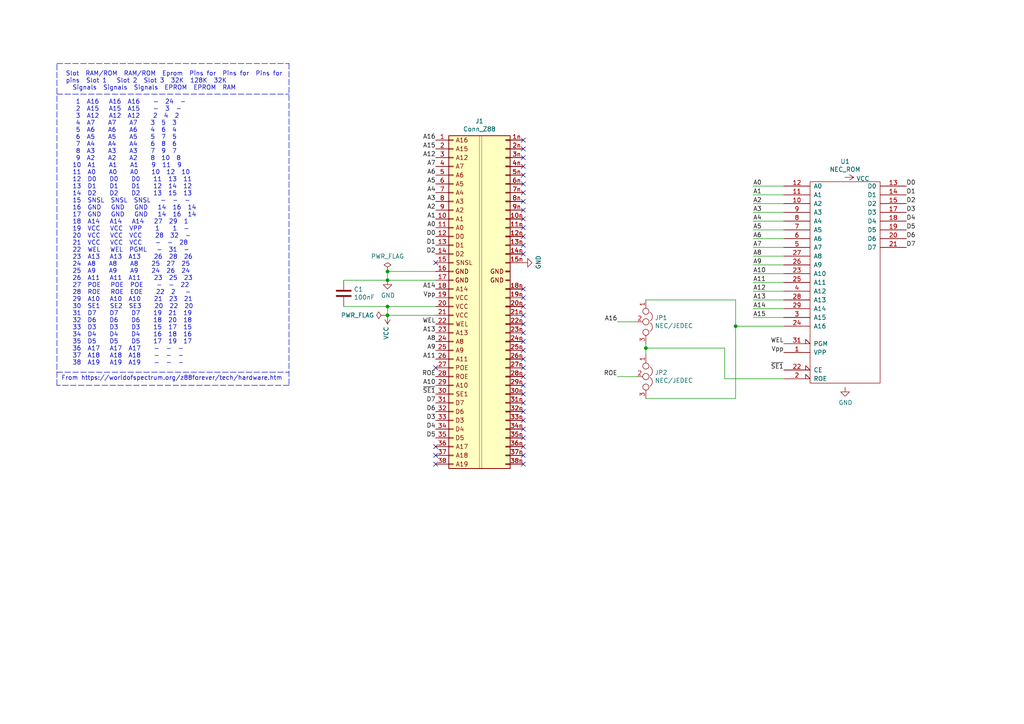
<source format=kicad_sch>
(kicad_sch (version 20231120) (generator "eeschema") (generator_version "8.0")
  (paper "A4")
  (title_block (title "Z88- ROM Expension") (date "2021-11-08") (rev "1.1") (company "XavSnap"))
  (lib_symbols
    (symbol "Device:C" (pin_numbers hide) (pin_names (offset 0.254))
      (property "Reference" "C" (at 0.635 2.54 0))
      (property "Value" "C" (at 0.635 -2.54 0))
      (symbol "C_0_1"
        (polyline (pts (xy -2.032 -0.762) (xy 2.032 -0.762)) (stroke (width 0.508)))
        (polyline (pts (xy -2.032 0.762) (xy 2.032 0.762)) (stroke (width 0.508)))
      )
      (symbol "C_1_1"
        (pin passive line (at 0 3.81 270) (length 2.794) (name "~") (number "1"))
        (pin passive line (at 0 -3.81 90) (length 2.794) (name "~") (number "2"))
      )
    )
    (symbol "Device:Jumper_NC_Dual" (pin_names (offset 0.762) hide)
      (property "Reference" "JP" (at 1.27 -2.54 0))
      (property "Value" "Device_Jumper_NC_Dual" (at 0 2.54 0))
      (symbol "Jumper_NC_Dual_0_1"
        (circle (center -3.048 0) (radius 0.889))
        (arc (start -0.254 1.27) (mid -1.524 1.8804) (end -2.794 1.27))
        (circle (center 0 0) (radius 0.9144))
        (arc (start 2.794 1.27) (mid 1.524 1.8804) (end 0.254 1.27))
        (circle (center 3.048 0) (radius 0.889))
        (pin passive line (at -6.35 0 0) (length 2.413) (name "1") (number "1"))
        (pin passive line (at 0 -2.54 90) (length 1.524) (name "2") (number "2"))
        (pin passive line (at 6.35 0 180) (length 2.413) (name "3") (number "3"))
      )
    )
    (symbol "Z88:Conn_Z88" (pin_names (offset 1.016) hide)
      (property "Reference" "J" (at 8.89 1.27 0))
      (property "Value" "Conn_Z88" (at 8.89 -97.79 0))
      (symbol "Conn_Z88_0_0"
        (text "GND" (at 13.97 -39.37 0) (effects (font (size 1.27 1.27))))
        (text "GND" (at 13.97 -39.37 0) (effects (font (size 1.27 1.27))))
        (text "WEL" (at 3.81 -54.61 0) (effects (font (size 1.27 1.27))))
      )
      (symbol "Conn_Z88_1_1"
        (rectangle (start 0 -95.123) (end 1.27 -95.377) (stroke (width 0.1524)))
        (rectangle (start 0 -92.583) (end 1.27 -92.837) (stroke (width 0.1524)))
        (rectangle (start 0 -90.043) (end 1.27 -90.297) (stroke (width 0.1524)))
        (rectangle (start 0 -87.503) (end 1.27 -87.757) (stroke (width 0.1524)))
        (rectangle (start 0 -84.963) (end 1.27 -85.217) (stroke (width 0.1524)))
        (rectangle (start 0 -82.423) (end 1.27 -82.677) (stroke (width 0.1524)))
        (rectangle (start 0 -79.883) (end 1.27 -80.137) (stroke (width 0.1524)))
        (rectangle (start 0 -77.343) (end 1.27 -77.597) (stroke (width 0.1524)))
        (rectangle (start 0 -74.803) (end 1.27 -75.057) (stroke (width 0.1524)))
        (rectangle (start 0 -72.263) (end 1.27 -72.517) (stroke (width 0.1524)))
        (rectangle (start 0 -69.723) (end 1.27 -69.977) (stroke (width 0.1524)))
        (rectangle (start 0 -67.183) (end 1.27 -67.437) (stroke (width 0.1524)))
        (rectangle (start 0 -64.643) (end 1.27 -64.897) (stroke (width 0.1524)))
        (rectangle (start 0 -62.103) (end 1.27 -62.357) (stroke (width 0.1524)))
        (rectangle (start 0 -59.563) (end 1.27 -59.817) (stroke (width 0.1524)))
        (rectangle (start 0 -57.023) (end 1.27 -57.277) (stroke (width 0.1524)))
        (rectangle (start 0 -54.483) (end 1.27 -54.737) (stroke (width 0.1524)))
        (rectangle (start 0 -51.943) (end 1.27 -52.197) (stroke (width 0.1524)))
        (rectangle (start 0 -49.403) (end 1.27 -49.657) (stroke (width 0.1524)))
        (rectangle (start 0 -46.863) (end 1.27 -47.117) (stroke (width 0.1524)))
        (rectangle (start 0 -44.323) (end 1.27 -44.577) (stroke (width 0.1524)))
        (rectangle (start 0 -41.783) (end 1.27 -42.037) (stroke (width 0.1524)))
        (rectangle (start 0 -39.243) (end 1.27 -39.497) (stroke (width 0.1524)))
        (rectangle (start 0 -36.703) (end 1.27 -36.957) (stroke (width 0.1524)))
        (rectangle (start 0 -34.163) (end 1.27 -34.417) (stroke (width 0.1524)))
        (rectangle (start 0 -31.623) (end 1.27 -31.877) (stroke (width 0.1524)))
        (rectangle (start 0 -29.083) (end 1.27 -29.337) (stroke (width 0.1524)))
        (rectangle (start 0 -26.543) (end 1.27 -26.797) (stroke (width 0.1524)))
        (rectangle (start 0 -24.003) (end 1.27 -24.257) (stroke (width 0.1524)))
        (rectangle (start 0 -21.463) (end 1.27 -21.717) (stroke (width 0.1524)))
        (rectangle (start 0 -18.923) (end 1.27 -19.177) (stroke (width 0.1524)))
        (rectangle (start 0 -16.383) (end 1.27 -16.637) (stroke (width 0.1524)))
        (rectangle (start 0 -13.843) (end 1.27 -14.097) (stroke (width 0.1524)))
        (rectangle (start 0 -11.303) (end 1.27 -11.557) (stroke (width 0.1524)))
        (rectangle (start 0 -8.763) (end 1.27 -9.017) (stroke (width 0.1524)))
        (rectangle (start 0 -6.223) (end 1.27 -6.477) (stroke (width 0.1524)))
        (rectangle (start 0 -3.683) (end 1.27 -3.937) (stroke (width 0.1524)))
        (rectangle (start 0 -1.143) (end 1.27 -1.397) (stroke (width 0.1524)))
        (rectangle (start 0 0) (end 17.78 -96.52) (stroke (width 0.254)) (fill (type background)))
        (rectangle (start 8.89 0) (end 9.525 -96.52) (stroke (width 0.0254)) (fill (type background)))
        (rectangle (start 17.78 -95.123) (end 16.51 -95.377) (stroke (width 0.1524)))
        (rectangle (start 17.78 -95.123) (end 16.51 -95.377) (stroke (width 0.1524)))
        (rectangle (start 17.78 -92.583) (end 16.51 -92.837) (stroke (width 0.1524)))
        (rectangle (start 17.78 -92.583) (end 16.51 -92.837) (stroke (width 0.1524)))
        (rectangle (start 17.78 -90.043) (end 16.51 -90.297) (stroke (width 0.1524)))
        (rectangle (start 17.78 -90.043) (end 16.51 -90.297) (stroke (width 0.1524)))
        (rectangle (start 17.78 -87.503) (end 16.51 -87.757) (stroke (width 0.1524)))
        (rectangle (start 17.78 -87.503) (end 16.51 -87.757) (stroke (width 0.1524)))
        (rectangle (start 17.78 -84.963) (end 16.51 -85.217) (stroke (width 0.1524)))
        (rectangle (start 17.78 -84.963) (end 16.51 -85.217) (stroke (width 0.1524)))
        (rectangle (start 17.78 -82.423) (end 16.51 -82.677) (stroke (width 0.1524)))
        (rectangle (start 17.78 -82.423) (end 16.51 -82.677) (stroke (width 0.1524)))
        (rectangle (start 17.78 -79.883) (end 16.51 -80.137) (stroke (width 0.1524)))
        (rectangle (start 17.78 -79.883) (end 16.51 -80.137) (stroke (width 0.1524)))
        (rectangle (start 17.78 -77.343) (end 16.51 -77.597) (stroke (width 0.1524)))
        (rectangle (start 17.78 -77.343) (end 16.51 -77.597) (stroke (width 0.1524)))
        (rectangle (start 17.78 -74.803) (end 16.51 -75.057) (stroke (width 0.1524)))
        (rectangle (start 17.78 -74.803) (end 16.51 -75.057) (stroke (width 0.1524)))
        (rectangle (start 17.78 -72.263) (end 16.51 -72.517) (stroke (width 0.1524)))
        (rectangle (start 17.78 -72.263) (end 16.51 -72.517) (stroke (width 0.1524)))
        (rectangle (start 17.78 -69.723) (end 16.51 -69.977) (stroke (width 0.1524)))
        (rectangle (start 17.78 -69.723) (end 16.51 -69.977) (stroke (width 0.1524)))
        (rectangle (start 17.78 -67.183) (end 16.51 -67.437) (stroke (width 0.1524)))
        (rectangle (start 17.78 -67.183) (end 16.51 -67.437) (stroke (width 0.1524)))
        (rectangle (start 17.78 -64.643) (end 16.51 -64.897) (stroke (width 0.1524)))
        (rectangle (start 17.78 -64.643) (end 16.51 -64.897) (stroke (width 0.1524)))
        (rectangle (start 17.78 -62.103) (end 16.51 -62.357) (stroke (width 0.1524)))
        (rectangle (start 17.78 -62.103) (end 16.51 -62.357) (stroke (width 0.1524)))
        (rectangle (start 17.78 -59.563) (end 16.51 -59.817) (stroke (width 0.1524)))
        (rectangle (start 17.78 -59.563) (end 16.51 -59.817) (stroke (width 0.1524)))
        (rectangle (start 17.78 -57.023) (end 16.51 -57.277) (stroke (width 0.1524)))
        (rectangle (start 17.78 -57.023) (end 16.51 -57.277) (stroke (width 0.1524)))
        (rectangle (start 17.78 -54.483) (end 16.51 -54.737) (stroke (width 0.1524)))
        (rectangle (start 17.78 -54.483) (end 16.51 -54.737) (stroke (width 0.1524)))
        (rectangle (start 17.78 -51.943) (end 16.51 -52.197) (stroke (width 0.1524)))
        (rectangle (start 17.78 -51.943) (end 16.51 -52.197) (stroke (width 0.1524)))
        (rectangle (start 17.78 -49.403) (end 16.51 -49.657) (stroke (width 0.1524)))
        (rectangle (start 17.78 -49.403) (end 16.51 -49.657) (stroke (width 0.1524)))
        (rectangle (start 17.78 -46.863) (end 16.51 -47.117) (stroke (width 0.1524)))
        (rectangle (start 17.78 -46.863) (end 16.51 -47.117) (stroke (width 0.1524)))
        (rectangle (start 17.78 -44.323) (end 16.51 -44.577) (stroke (width 0.1524)))
        (rectangle (start 17.78 -44.323) (end 16.51 -44.577) (stroke (width 0.1524)))
        (rectangle (start 17.78 -41.783) (end 16.51 -42.037) (stroke (width 0.1524)))
        (rectangle (start 17.78 -41.783) (end 16.51 -42.037) (stroke (width 0.1524)))
        (rectangle (start 17.78 -39.243) (end 16.51 -39.497) (stroke (width 0.1524)))
        (rectangle (start 17.78 -39.243) (end 16.51 -39.497) (stroke (width 0.1524)))
        (rectangle (start 17.78 -36.703) (end 16.51 -36.957) (stroke (width 0.1524)))
        (rectangle (start 17.78 -36.703) (end 16.51 -36.957) (stroke (width 0.1524)))
        (rectangle (start 17.78 -34.163) (end 16.51 -34.417) (stroke (width 0.1524)))
        (rectangle (start 17.78 -34.163) (end 16.51 -34.417) (stroke (width 0.1524)))
        (rectangle (start 17.78 -31.623) (end 16.51 -31.877) (stroke (width 0.1524)))
        (rectangle (start 17.78 -31.623) (end 16.51 -31.877) (stroke (width 0.1524)))
        (rectangle (start 17.78 -29.083) (end 16.51 -29.337) (stroke (width 0.1524)))
        (rectangle (start 17.78 -29.083) (end 16.51 -29.337) (stroke (width 0.1524)))
        (rectangle (start 17.78 -26.543) (end 16.51 -26.797) (stroke (width 0.1524)))
        (rectangle (start 17.78 -26.543) (end 16.51 -26.797) (stroke (width 0.1524)))
        (rectangle (start 17.78 -24.003) (end 16.51 -24.257) (stroke (width 0.1524)))
        (rectangle (start 17.78 -24.003) (end 16.51 -24.257) (stroke (width 0.1524)))
        (rectangle (start 17.78 -21.463) (end 16.51 -21.717) (stroke (width 0.1524)))
        (rectangle (start 17.78 -21.463) (end 16.51 -21.717) (stroke (width 0.1524)))
        (rectangle (start 17.78 -18.923) (end 16.51 -19.177) (stroke (width 0.1524)))
        (rectangle (start 17.78 -18.923) (end 16.51 -19.177) (stroke (width 0.1524)))
        (rectangle (start 17.78 -16.383) (end 16.51 -16.637) (stroke (width 0.1524)))
        (rectangle (start 17.78 -16.383) (end 16.51 -16.637) (stroke (width 0.1524)))
        (rectangle (start 17.78 -13.843) (end 16.51 -14.097) (stroke (width 0.1524)))
        (rectangle (start 17.78 -13.843) (end 16.51 -14.097) (stroke (width 0.1524)))
        (rectangle (start 17.78 -11.303) (end 16.51 -11.557) (stroke (width 0.1524)))
        (rectangle (start 17.78 -11.303) (end 16.51 -11.557) (stroke (width 0.1524)))
        (rectangle (start 17.78 -8.763) (end 16.51 -9.017) (stroke (width 0.1524)))
        (rectangle (start 17.78 -8.763) (end 16.51 -9.017) (stroke (width 0.1524)))
        (rectangle (start 17.78 -6.223) (end 16.51 -6.477) (stroke (width 0.1524)))
        (rectangle (start 17.78 -6.223) (end 16.51 -6.477) (stroke (width 0.1524)))
        (rectangle (start 17.78 -3.683) (end 16.51 -3.937) (stroke (width 0.1524)))
        (rectangle (start 17.78 -3.683) (end 16.51 -3.937) (stroke (width 0.1524)))
        (rectangle (start 17.78 -1.143) (end 16.51 -1.397) (stroke (width 0.1524)))
        (rectangle (start 17.78 -1.143) (end 16.51 -1.397) (stroke (width 0.1524)))
        (text "A0" (at 3.175 -26.67 0) (effects (font (size 1.27 1.27))))
        (text "A1" (at 3.175 -24.13 0) (effects (font (size 1.27 1.27))))
        (text "A10" (at 3.81 -72.39 0) (effects (font (size 1.27 1.27))))
        (text "A11" (at 3.81 -64.77 0) (effects (font (size 1.27 1.27))))
        (text "A12" (at 3.81 -6.35 0) (effects (font (size 1.27 1.27))))
        (text "A13" (at 3.81 -57.15 0) (effects (font (size 1.27 1.27))))
        (text "A14" (at 3.81 -44.45 0) (effects (font (size 1.27 1.27))))
        (text "A15" (at 3.81 -3.81 0) (effects (font (size 1.27 1.27))))
        (text "A16" (at 3.81 -1.27 0) (effects (font (size 1.27 1.27))))
        (text "A17" (at 3.81 -90.17 0) (effects (font (size 1.27 1.27))))
        (text "A18" (at 3.81 -92.71 0) (effects (font (size 1.27 1.27))))
        (text "A19" (at 3.81 -95.25 0) (effects (font (size 1.27 1.27))))
        (text "A2" (at 3.175 -21.59 0) (effects (font (size 1.27 1.27))))
        (text "A3" (at 3.175 -19.05 0) (effects (font (size 1.27 1.27))))
        (text "A4" (at 3.175 -16.51 0) (effects (font (size 1.27 1.27))))
        (text "A5" (at 3.175 -13.97 0) (effects (font (size 1.27 1.27))))
        (text "A6" (at 3.175 -11.43 0) (effects (font (size 1.27 1.27))))
        (text "A7" (at 3.175 -8.89 0) (effects (font (size 1.27 1.27))))
        (text "A8" (at 3.175 -59.69 0) (effects (font (size 1.27 1.27))))
        (text "A9" (at 3.175 -62.23 0) (effects (font (size 1.27 1.27))))
        (text "D0" (at 3.175 -29.21 0) (effects (font (size 1.27 1.27))))
        (text "D1" (at 3.175 -31.75 0) (effects (font (size 1.27 1.27))))
        (text "D2" (at 3.175 -34.29 0) (effects (font (size 1.27 1.27))))
        (text "D3" (at 3.175 -82.55 0) (effects (font (size 1.27 1.27))))
        (text "D4" (at 3.175 -85.09 0) (effects (font (size 1.27 1.27))))
        (text "D5" (at 3.175 -87.63 0) (effects (font (size 1.27 1.27))))
        (text "D6" (at 3.175 -80.01 0) (effects (font (size 1.27 1.27))))
        (text "D7" (at 3.175 -77.47 0) (effects (font (size 1.27 1.27))))
        (text "GND" (at 3.81 -41.91 0) (effects (font (size 1.27 1.27))))
        (text "GND" (at 3.81 -41.91 0) (effects (font (size 1.27 1.27))))
        (text "GND" (at 3.81 -39.37 0) (effects (font (size 1.27 1.27))))
        (text "GND" (at 3.81 -39.37 0) (effects (font (size 1.27 1.27))))
        (text "GND" (at 13.97 -41.91 0) (effects (font (size 1.27 1.27))))
        (text "GND" (at 13.97 -41.91 0) (effects (font (size 1.27 1.27))))
        (text "POE" (at 3.81 -67.31 0) (effects (font (size 1.27 1.27))))
        (text "ROE" (at 3.81 -69.85 0) (effects (font (size 1.27 1.27))))
        (text "SE1" (at 3.81 -74.93 0) (effects (font (size 1.27 1.27))))
        (text "SNSL" (at 4.445 -36.83 0) (effects (font (size 1.27 1.27))))
        (text "VCC" (at 3.81 -52.07 0) (effects (font (size 1.27 1.27))))
        (text "VCC" (at 3.81 -49.53 0) (effects (font (size 1.27 1.27))))
        (text "VCC" (at 3.81 -46.99 0) (effects (font (size 1.27 1.27))))
        (pin passive line (at -3.81 -1.27 0) (length 3.81) (name "Pin_1") (number "1"))
        (pin passive line (at -3.81 -24.13 0) (length 3.81) (name "Pin_10") (number "10"))
        (pin passive line (at 21.59 -24.13 180) (length 3.81) (name "Pin_48") (number "10n"))
        (pin passive line (at 21.59 -24.13 180) (length 3.81) (name "Pin_48") (number "10n"))
        (pin passive line (at -3.81 -26.67 0) (length 3.81) (name "Pin_11") (number "11"))
        (pin passive line (at 21.59 -26.67 180) (length 3.81) (name "Pin_49") (number "11n"))
        (pin passive line (at 21.59 -26.67 180) (length 3.81) (name "Pin_49") (number "11n"))
        (pin passive line (at -3.81 -29.21 0) (length 3.81) (name "Pin_12") (number "12"))
        (pin passive line (at 21.59 -29.21 180) (length 3.81) (name "Pin_50") (number "12n"))
        (pin passive line (at 21.59 -29.21 180) (length 3.81) (name "Pin_50") (number "12n"))
        (pin passive line (at -3.81 -31.75 0) (length 3.81) (name "Pin_13") (number "13"))
        (pin passive line (at 21.59 -31.75 180) (length 3.81) (name "Pin_51") (number "13n"))
        (pin passive line (at 21.59 -31.75 180) (length 3.81) (name "Pin_51") (number "13n"))
        (pin passive line (at -3.81 -34.29 0) (length 3.81) (name "Pin_14") (number "14"))
        (pin passive line (at 21.59 -34.29 180) (length 3.81) (name "Pin_52") (number "14n"))
        (pin passive line (at 21.59 -34.29 180) (length 3.81) (name "Pin_52") (number "14n"))
        (pin passive line (at -3.81 -36.83 0) (length 3.81) (name "GND") (number "15"))
        (pin passive line (at 21.59 -36.83 180) (length 3.81) (name "Pin_53") (number "15n"))
        (pin passive line (at 21.59 -36.83 180) (length 3.81) (name "Pin_53") (number "15n"))
        (pin passive line (at -3.81 -39.37 0) (length 3.81) (name "GND") (number "16"))
        (pin passive line (at -3.81 -41.91 0) (length 3.81) (name "GND") (number "17"))
        (pin passive line (at -3.81 -44.45 0) (length 3.81) (name "Pin_18") (number "18"))
        (pin passive line (at 21.59 -44.45 180) (length 3.81) (name "Pin_56") (number "18n"))
        (pin passive line (at 21.59 -44.45 180) (length 3.81) (name "Pin_56") (number "18n"))
        (pin passive line (at -3.81 -46.99 0) (length 3.81) (name "Pin_19") (number "19"))
        (pin passive line (at 21.59 -46.99 180) (length 3.81) (name "Pin_57") (number "19n"))
        (pin passive line (at 21.59 -46.99 180) (length 3.81) (name "Pin_57") (number "19n"))
        (pin passive line (at 21.59 -1.27 180) (length 3.81) (name "Pin_39") (number "1n"))
        (pin passive line (at 21.59 -1.27 180) (length 3.81) (name "Pin_39") (number "1n"))
        (pin passive line (at -3.81 -3.81 0) (length 3.81) (name "Pin_2") (number "2"))
        (pin passive line (at -3.81 -49.53 0) (length 3.81) (name "Pin_20") (number "20"))
        (pin passive line (at 21.59 -49.53 180) (length 3.81) (name "Pin_58") (number "20n"))
        (pin passive line (at 21.59 -49.53 180) (length 3.81) (name "Pin_58") (number "20n"))
        (pin passive line (at -3.81 -52.07 0) (length 3.81) (name "Pin_21") (number "21"))
        (pin passive line (at 21.59 -52.07 180) (length 3.81) (name "Pin_59") (number "21n"))
        (pin passive line (at 21.59 -52.07 180) (length 3.81) (name "Pin_59") (number "21n"))
        (pin passive line (at -3.81 -54.61 0) (length 3.81) (name "Pin_22") (number "22"))
        (pin passive line (at 21.59 -54.61 180) (length 3.81) (name "Pin_60") (number "22n"))
        (pin passive line (at 21.59 -54.61 180) (length 3.81) (name "Pin_60") (number "22n"))
        (pin passive line (at -3.81 -57.15 0) (length 3.81) (name "Pin_23") (number "23"))
        (pin passive line (at 21.59 -57.15 180) (length 3.81) (name "Pin_61") (number "23n"))
        (pin passive line (at 21.59 -57.15 180) (length 3.81) (name "Pin_61") (number "23n"))
        (pin passive line (at -3.81 -59.69 0) (length 3.81) (name "Pin_24") (number "24"))
        (pin passive line (at 21.59 -59.69 180) (length 3.81) (name "Pin_62") (number "24n"))
        (pin passive line (at 21.59 -59.69 180) (length 3.81) (name "Pin_62") (number "24n"))
        (pin passive line (at -3.81 -62.23 0) (length 3.81) (name "Pin_25") (number "25"))
        (pin passive line (at 21.59 -62.23 180) (length 3.81) (name "Pin_63") (number "25n"))
        (pin passive line (at 21.59 -62.23 180) (length 3.81) (name "Pin_63") (number "25n"))
        (pin passive line (at -3.81 -64.77 0) (length 3.81) (name "Pin_26") (number "26"))
        (pin passive line (at 21.59 -64.77 180) (length 3.81) (name "Pin_64") (number "26n"))
        (pin passive line (at 21.59 -64.77 180) (length 3.81) (name "Pin_64") (number "26n"))
        (pin passive line (at -3.81 -67.31 0) (length 3.81) (name "Pin_27") (number "27"))
        (pin passive line (at 21.59 -67.31 180) (length 3.81) (name "Pin_65") (number "27n"))
        (pin passive line (at 21.59 -67.31 180) (length 3.81) (name "Pin_65") (number "27n"))
        (pin passive line (at -3.81 -69.85 0) (length 3.81) (name "Pin_28") (number "28"))
        (pin passive line (at 21.59 -69.85 180) (length 3.81) (name "Pin_66") (number "28n"))
        (pin passive line (at 21.59 -69.85 180) (length 3.81) (name "Pin_66") (number "28n"))
        (pin passive line (at -3.81 -72.39 0) (length 3.81) (name "Pin_29") (number "29"))
        (pin passive line (at 21.59 -72.39 180) (length 3.81) (name "Pin_67") (number "29n"))
        (pin passive line (at 21.59 -72.39 180) (length 3.81) (name "Pin_67") (number "29n"))
        (pin passive line (at 21.59 -3.81 180) (length 3.81) (name "Pin_40") (number "2n"))
        (pin passive line (at 21.59 -3.81 180) (length 3.81) (name "Pin_40") (number "2n"))
        (pin passive line (at -3.81 -6.35 0) (length 3.81) (name "Pin_3") (number "3"))
        (pin passive line (at -3.81 -74.93 0) (length 3.81) (name "Pin_30") (number "30"))
        (pin passive line (at 21.59 -74.93 180) (length 3.81) (name "Pin_68") (number "30n"))
        (pin passive line (at 21.59 -74.93 180) (length 3.81) (name "Pin_68") (number "30n"))
        (pin passive line (at -3.81 -77.47 0) (length 3.81) (name "Pin_31") (number "31"))
        (pin passive line (at 21.59 -77.47 180) (length 3.81) (name "Pin_69") (number "31n"))
        (pin passive line (at 21.59 -77.47 180) (length 3.81) (name "Pin_69") (number "31n"))
        (pin passive line (at -3.81 -80.01 0) (length 3.81) (name "Pin_32") (number "32"))
        (pin passive line (at 21.59 -80.01 180) (length 3.81) (name "Pin_70") (number "32n"))
        (pin passive line (at 21.59 -80.01 180) (length 3.81) (name "Pin_70") (number "32n"))
        (pin passive line (at -3.81 -82.55 0) (length 3.81) (name "Pin_33") (number "33"))
        (pin passive line (at 21.59 -82.55 180) (length 3.81) (name "Pin_71") (number "33n"))
        (pin passive line (at 21.59 -82.55 180) (length 3.81) (name "Pin_71") (number "33n"))
        (pin passive line (at -3.81 -85.09 0) (length 3.81) (name "Pin_34") (number "34"))
        (pin passive line (at 21.59 -85.09 180) (length 3.81) (name "Pin_72") (number "34n"))
        (pin passive line (at 21.59 -85.09 180) (length 3.81) (name "Pin_72") (number "34n"))
        (pin passive line (at -3.81 -87.63 0) (length 3.81) (name "Pin_35") (number "35"))
        (pin passive line (at 21.59 -87.63 180) (length 3.81) (name "Pin_73") (number "35n"))
        (pin passive line (at 21.59 -87.63 180) (length 3.81) (name "Pin_73") (number "35n"))
        (pin passive line (at -3.81 -90.17 0) (length 3.81) (name "Pin_36") (number "36"))
        (pin passive line (at 21.59 -90.17 180) (length 3.81) (name "Pin_74") (number "36n"))
        (pin passive line (at 21.59 -90.17 180) (length 3.81) (name "Pin_74") (number "36n"))
        (pin passive line (at -3.81 -92.71 0) (length 3.81) (name "Pin_37") (number "37"))
        (pin passive line (at 21.59 -92.71 180) (length 3.81) (name "Pin_75") (number "37n"))
        (pin passive line (at 21.59 -92.71 180) (length 3.81) (name "Pin_75") (number "37n"))
        (pin passive line (at -3.81 -95.25 0) (length 3.81) (name "Pin_38") (number "38"))
        (pin passive line (at 21.59 -95.25 180) (length 3.81) (name "Pin_76") (number "38n"))
        (pin passive line (at 21.59 -95.25 180) (length 3.81) (name "Pin_76") (number "38n"))
        (pin passive line (at 21.59 -6.35 180) (length 3.81) (name "Pin_41") (number "3n"))
        (pin passive line (at 21.59 -6.35 180) (length 3.81) (name "Pin_41") (number "3n"))
        (pin passive line (at -3.81 -8.89 0) (length 3.81) (name "Pin_4") (number "4"))
        (pin passive line (at 21.59 -8.89 180) (length 3.81) (name "Pin_42") (number "4n"))
        (pin passive line (at 21.59 -8.89 180) (length 3.81) (name "Pin_42") (number "4n"))
        (pin passive line (at -3.81 -11.43 0) (length 3.81) (name "Pin_5") (number "5"))
        (pin passive line (at 21.59 -11.43 180) (length 3.81) (name "Pin_43") (number "5n"))
        (pin passive line (at 21.59 -11.43 180) (length 3.81) (name "Pin_43") (number "5n"))
        (pin passive line (at -3.81 -13.97 0) (length 3.81) (name "Pin_6") (number "6"))
        (pin passive line (at 21.59 -13.97 180) (length 3.81) (name "Pin_44") (number "6n"))
        (pin passive line (at 21.59 -13.97 180) (length 3.81) (name "Pin_44") (number "6n"))
        (pin passive line (at -3.81 -16.51 0) (length 3.81) (name "Pin_7") (number "7"))
        (pin passive line (at 21.59 -16.51 180) (length 3.81) (name "Pin_45") (number "7n"))
        (pin passive line (at 21.59 -16.51 180) (length 3.81) (name "Pin_45") (number "7n"))
        (pin passive line (at -3.81 -19.05 0) (length 3.81) (name "Pin_8") (number "8"))
        (pin passive line (at 21.59 -19.05 180) (length 3.81) (name "Pin_46") (number "8n"))
        (pin passive line (at 21.59 -19.05 180) (length 3.81) (name "Pin_46") (number "8n"))
        (pin passive line (at -3.81 -21.59 0) (length 3.81) (name "Pin_9") (number "9"))
        (pin passive line (at 21.59 -21.59 180) (length 3.81) (name "Pin_47") (number "9n"))
        (pin passive line (at 21.59 -21.59 180) (length 3.81) (name "Pin_47") (number "9n"))
      )
    )
    (symbol "memory2:NEC_ROM" (pin_names (offset 1.016))
      (property "Reference" "U" (at 2.54 25.4 0))
      (property "Value" "memory2_NEC_ROM" (at 0 -35.56 0))
      (symbol "NEC_ROM_0_0"
        (pin power_in line (at 0 -35.56 90) (length 1.27) hide (name "GND") (number "16"))
        (pin power_in line (at 0 25.4 270) (length 1.27) hide (name "VCC") (number "32"))
      )
      (symbol "NEC_ROM_0_1"
        (rectangle (start -10.16 24.13) (end 10.16 -34.29))
      )
      (symbol "NEC_ROM_1_1"
        (pin input line (at -17.78 -25.4 0) (length 7.62) (name "VPP") (number "1"))
        (pin input line (at -17.78 17.78 0) (length 7.62) (name "A2") (number "10"))
        (pin input line (at -17.78 20.32 0) (length 7.62) (name "A1") (number "11"))
        (pin input line (at -17.78 22.86 0) (length 7.62) (name "A0") (number "12"))
        (pin tri_state line (at 17.78 22.86 180) (length 7.62) (name "D0") (number "13"))
        (pin tri_state line (at 17.78 20.32 180) (length 7.62) (name "D1") (number "14"))
        (pin tri_state line (at 17.78 17.78 180) (length 7.62) (name "D2") (number "15"))
        (pin tri_state line (at 17.78 15.24 180) (length 7.62) (name "D3") (number "17"))
        (pin tri_state line (at 17.78 12.7 180) (length 7.62) (name "D4") (number "18"))
        (pin tri_state line (at 17.78 10.16 180) (length 7.62) (name "D5") (number "19"))
        (pin input input_low (at -17.78 -33.02 0) (length 7.62) (name "ROE") (number "2"))
        (pin tri_state line (at 17.78 7.62 180) (length 7.62) (name "D6") (number "20"))
        (pin tri_state line (at 17.78 5.08 180) (length 7.62) (name "D7") (number "21"))
        (pin input input_low (at -17.78 -30.48 0) (length 7.62) (name "CE") (number "22"))
        (pin input line (at -17.78 -2.54 0) (length 7.62) (name "A10") (number "23"))
        (pin input line (at -17.78 -17.78 0) (length 7.62) (name "A16") (number "24"))
        (pin input line (at -17.78 -5.08 0) (length 7.62) (name "A11") (number "25"))
        (pin input line (at -17.78 0 0) (length 7.62) (name "A9") (number "26"))
        (pin input line (at -17.78 2.54 0) (length 7.62) (name "A8") (number "27"))
        (pin input line (at -17.78 -10.16 0) (length 7.62) (name "A13") (number "28"))
        (pin input line (at -17.78 -12.7 0) (length 7.62) (name "A14") (number "29"))
        (pin input line (at -17.78 -15.24 0) (length 7.62) (name "A15") (number "3"))
        (pin input input_low (at -17.78 -22.86 0) (length 7.62) (name "PGM") (number "31"))
        (pin input line (at -17.78 -7.62 0) (length 7.62) (name "A12") (number "4"))
        (pin input line (at -17.78 5.08 0) (length 7.62) (name "A7") (number "5"))
        (pin input line (at -17.78 7.62 0) (length 7.62) (name "A6") (number "6"))
        (pin input line (at -17.78 10.16 0) (length 7.62) (name "A5") (number "7"))
        (pin input line (at -17.78 12.7 0) (length 7.62) (name "A4") (number "8"))
        (pin input line (at -17.78 15.24 0) (length 7.62) (name "A3") (number "9"))
      )
    )
    (symbol "power:GND" (power) (pin_numbers hide) (pin_names (offset 0) hide)
      (property "Value" "GND" (at 0 -3.81 0))
      (symbol "GND_0_1"
        (polyline (pts (xy 0 0) (xy 0 -1.27) (xy 1.27 -1.27) (xy 0 -2.54) (xy -1.27 -1.27) (xy 0 -1.27)))
      )
      (symbol "GND_1_1"
        (pin power_in line (at 0 0 270) (length 0) (name "~") (number "1"))
      )
    )
    (symbol "power:PWR_FLAG" (power) (pin_numbers hide) (pin_names (offset 0) hide)
      (property "Value" "PWR_FLAG" (at 0 3.81 0))
      (symbol "PWR_FLAG_0_0"
        (pin power_out line (at 0 0 90) (length 0) (name "~") (number "1"))
      )
      (symbol "PWR_FLAG_0_1"
        (polyline (pts (xy 0 0) (xy 0 1.27) (xy -1.016 1.905) (xy 0 2.54) (xy 1.016 1.905) (xy 0 1.27)))
      )
    )
    (symbol "power:VCC" (power) (pin_numbers hide) (pin_names (offset 0) hide)
      (property "Value" "VCC" (at 0 3.556 0))
      (symbol "VCC_0_1"
        (polyline (pts (xy -0.762 1.27) (xy 0 2.54)))
        (polyline (pts (xy 0 0) (xy 0 2.54)))
        (polyline (pts (xy 0 2.54) (xy 0.762 1.27)))
      )
      (symbol "VCC_1_1"
        (pin power_in line (at 0 0 90) (length 0) (name "~") (number "1"))
      )
    )
  )
  (junction (at 112.395 91.44))
  (junction (at 213.36 94.615))
  (junction (at 112.395 81.28))
  (junction (at 112.395 88.9))
  (junction (at 112.395 78.74))
  (junction (at 187.325 100.965))
  (no_connect (at 151.765 55.88))
  (no_connect (at 151.765 68.58))
  (no_connect (at 151.765 60.96))
  (no_connect (at 151.765 104.14))
  (no_connect (at 126.365 134.62))
  (no_connect (at 151.765 134.62))
  (no_connect (at 151.765 114.3))
  (no_connect (at 151.765 93.98))
  (no_connect (at 151.765 106.68))
  (no_connect (at 151.765 43.18))
  (no_connect (at 151.765 86.36))
  (no_connect (at 151.765 101.6))
  (no_connect (at 151.765 58.42))
  (no_connect (at 151.765 121.92))
  (no_connect (at 151.765 53.34))
  (no_connect (at 151.765 40.64))
  (no_connect (at 151.765 127))
  (no_connect (at 151.765 50.8))
  (no_connect (at 151.765 116.84))
  (no_connect (at 151.765 96.52))
  (no_connect (at 151.765 71.12))
  (no_connect (at 126.365 132.08))
  (no_connect (at 151.765 91.44))
  (no_connect (at 126.365 106.68))
  (no_connect (at 151.765 83.82))
  (no_connect (at 126.365 129.54))
  (no_connect (at 151.765 88.9))
  (no_connect (at 151.765 132.08))
  (no_connect (at 151.765 124.46))
  (no_connect (at 151.765 45.72))
  (no_connect (at 151.765 66.04))
  (no_connect (at 151.765 129.54))
  (no_connect (at 151.765 63.5))
  (no_connect (at 151.765 99.06))
  (no_connect (at 151.765 109.22))
  (no_connect (at 151.765 119.38))
  (no_connect (at 151.765 48.26))
  (no_connect (at 126.365 76.2))
  (no_connect (at 151.765 73.66))
  (no_connect (at 151.765 111.76))
  (wire (pts (xy 179.07 93.345) (xy 184.785 93.345)))
  (wire (pts (xy 218.44 79.375) (xy 227.33 79.375)))
  (wire (pts (xy 187.325 86.995) (xy 213.36 86.995)))
  (wire (pts (xy 112.395 78.74) (xy 112.395 81.28)))
  (wire (pts (xy 187.325 99.695) (xy 187.325 100.965)))
  (wire (pts (xy 218.44 64.135) (xy 227.33 64.135)))
  (wire (pts (xy 187.325 100.965) (xy 187.325 102.87)))
  (wire (pts (xy 112.395 81.28) (xy 126.365 81.28)))
  (wire (pts (xy 218.44 53.975) (xy 227.33 53.975)))
  (wire (pts (xy 218.44 61.595) (xy 227.33 61.595)))
  (wire (pts (xy 227.33 89.535) (xy 218.44 89.535)))
  (wire (pts (xy 227.33 56.515) (xy 218.44 56.515)))
  (polyline (pts (xy 16.51 27.305) (xy 83.82 27.305)) (stroke (width 0) (type dash)))
  (wire (pts (xy 111.76 91.44) (xy 112.395 91.44)))
  (wire (pts (xy 210.185 109.855) (xy 227.33 109.855)))
  (wire (pts (xy 227.33 74.295) (xy 218.44 74.295)))
  (wire (pts (xy 112.395 88.9) (xy 112.395 91.44)))
  (wire (pts (xy 126.365 88.9) (xy 112.395 88.9)))
  (wire (pts (xy 112.395 91.44) (xy 126.365 91.44)))
  (wire (pts (xy 213.36 94.615) (xy 213.36 115.57)))
  (wire (pts (xy 213.36 86.995) (xy 213.36 94.615)))
  (wire (pts (xy 112.395 88.9) (xy 99.695 88.9)))
  (wire (pts (xy 210.185 100.965) (xy 210.185 109.855)))
  (polyline (pts (xy 16.51 107.95) (xy 83.82 107.95)) (stroke (width 0) (type dash)))
  (polyline (pts (xy 83.82 111.76) (xy 16.51 111.76)) (stroke (width 0) (type dash)))
  (wire (pts (xy 187.325 100.965) (xy 210.185 100.965)))
  (wire (pts (xy 99.695 81.28) (xy 112.395 81.28)))
  (wire (pts (xy 227.33 81.915) (xy 218.44 81.915)))
  (wire (pts (xy 179.07 109.22) (xy 184.785 109.22)))
  (wire (pts (xy 227.33 86.995) (xy 218.44 86.995)))
  (wire (pts (xy 218.44 59.055) (xy 227.33 59.055)))
  (wire (pts (xy 227.33 76.835) (xy 218.44 76.835)))
  (wire (pts (xy 227.33 66.675) (xy 218.44 66.675)))
  (wire (pts (xy 218.44 84.455) (xy 227.33 84.455)))
  (polyline (pts (xy 16.51 111.76) (xy 16.51 18.415)) (stroke (width 0) (type dash)))
  (wire (pts (xy 213.36 94.615) (xy 227.33 94.615)))
  (wire (pts (xy 218.44 92.075) (xy 227.33 92.075)))
  (polyline (pts (xy 83.82 18.415) (xy 83.82 111.76)) (stroke (width 0) (type dash)))
  (wire (pts (xy 112.395 78.74) (xy 126.365 78.74)))
  (wire (pts (xy 227.33 69.215) (xy 218.44 69.215)))
  (polyline (pts (xy 16.51 18.415) (xy 83.82 18.415)) (stroke (width 0) (type dash)))
  (wire (pts (xy 187.325 115.57) (xy 213.36 115.57)))
  (wire (pts (xy 218.44 71.755) (xy 227.33 71.755)))
  (text "From https://worldofspectrum.org/z88forever/tech/hardware.htm" (at 81.915 110.49 0) (effects (font (size 1.27 1.27)) (justify right bottom)))
  (text "Slot  RAM/ROM  RAM/ROM  Eprom  Pins for  Pins for  Pins for\npins  Slot 1   Slot 2  Slot 3  32K  128K  32K \n  Signals  Signals  Signals  EPROM  EPROM  RAM\n\n   1  A16   A16  A16    -  24  -\n   2  A15   A15  A15    -  3  -\n   3  A12   A12  A12    2  4  2\n   4  A7    A7    A7    3  5  3\n   5  A6    A6    A6    4  6  4\n   6  A5    A5    A5    5  7  5\n   7  A4    A4    A4    6  8  6\n   8  A3    A3    A3    7  9  7\n   9  A2    A2    A2    8  10  8\n  10  A1    A1    A1    9  11  9\n  11  A0    A0    A0    10  12  10\n  12  D0    D0    D0    11  13  11\n  13  D1    D1    D1    12  14  12\n  14  D2    D2    D2    13  15  13\n  15  SNSL  SNSL  SNSL   -  -  -\n  16  GND   GND   GND   14  16  14\n  17  GND   GND   GND   14  16  14\n  18  A14   A14   A14   27  29  1\n  19  VCC   VCC  VPP    1    1  -\n  20  VCC   VCC  VCC    28  32  -\n  21  VCC   VCC  VCC    -  -  28\n  22  WEL   WEL  PGML   -  31  -\n  23  A13   A13  A13    26  28  26\n  24  A8    A8    A8    25  27  25\n  25  A9    A9    A9    24  26  24\n  26  A11   A11  A11    23  25  23\n  27  POE   POE  POE    -  -  22\n  28  ROE   ROE  EOE    22  2   -\n  29  A10   A10  A10    21  23  21\n  30  SE1   SE2  SE3    20  22  20\n  31  D7    D7    D7    19  21  19\n  32  D6    D6    D6    18  20  18\n  33  D3    D3    D3    15  17  15\n  34  D4    D4    D4    16  18  16\n  35  D5    D5    D5    17  19  17\n  36  A17   A17  A17    -  -  -\n  37  A18   A18  A18    -  -  -\n  38  A19   A19  A19    -  -  -" (at 19.05 106.045 0) (effects (font (size 1.27 1.27)) (justify left bottom)))
  (label "D7" (at 126.365 116.84 180))
  (label "D0" (at 262.89 53.975 0))
  (label "Vpp" (at 126.365 86.36 180))
  (label "A13" (at 126.365 96.52 180))
  (label "D1" (at 262.89 56.515 0))
  (label "A11" (at 218.44 81.915 0))
  (label "A13" (at 218.44 86.995 0))
  (label "A10" (at 218.44 79.375 0))
  (label "~{SE1}" (at 126.365 114.3 180))
  (label "D5" (at 126.365 127 180))
  (label "~{SE1}" (at 227.33 107.315 180))
  (label "A1" (at 218.44 56.515 0))
  (label "D4" (at 126.365 124.46 180))
  (label "D2" (at 262.89 59.055 0))
  (label "A6" (at 218.44 69.215 0))
  (label "A5" (at 218.44 66.675 0))
  (label "D4" (at 262.89 64.135 0))
  (label "A10" (at 126.365 111.76 180))
  (label "A11" (at 126.365 104.14 180))
  (label "A14" (at 126.365 83.82 180))
  (label "A1" (at 126.365 63.5 180))
  (label "Vpp" (at 227.33 102.235 180))
  (label "D0" (at 126.365 68.58 180))
  (label "A15" (at 126.365 43.18 180))
  (label "D2" (at 126.365 73.66 180))
  (label "A12" (at 218.44 84.455 0))
  (label "D5" (at 262.89 66.675 0))
  (label "A8" (at 218.44 74.295 0))
  (label "D3" (at 126.365 121.92 180))
  (label "A4" (at 126.365 55.88 180))
  (label "D1" (at 126.365 71.12 180))
  (label "A6" (at 126.365 50.8 180))
  (label "A8" (at 126.365 99.06 180))
  (label "A7" (at 218.44 71.755 0))
  (label "A9" (at 126.365 101.6 180))
  (label "A3" (at 218.44 61.595 0))
  (label "D6" (at 262.89 69.215 0))
  (label "A14" (at 218.44 89.535 0))
  (label "D7" (at 262.89 71.755 0))
  (label "A16" (at 179.07 93.345 180))
  (label "A2" (at 218.44 59.055 0))
  (label "A4" (at 218.44 64.135 0))
  (label "A2" (at 126.365 60.96 180))
  (label "ROE" (at 126.365 109.22 180))
  (label "A5" (at 126.365 53.34 180))
  (label "A7" (at 126.365 48.26 180))
  (label "WEL" (at 227.33 99.695 180))
  (label "A0" (at 126.365 66.04 180))
  (label "A9" (at 218.44 76.835 0))
  (label "A15" (at 218.44 92.075 0))
  (label "A0" (at 218.44 53.975 0))
  (label "ROE" (at 179.07 109.22 180))
  (label "WEL" (at 126.365 93.98 180))
  (label "A16" (at 126.365 40.64 180))
  (label "D3" (at 262.89 61.595 0))
  (label "A12" (at 126.365 45.72 180))
  (label "D6" (at 126.365 119.38 180))
  (label "A3" (at 126.365 58.42 180))
  (symbol (lib_id "power:GND") (at 245.11 112.395 0) (unit 1)
    (property "Reference" "#PWR0101" (effects (hide yes)))
    (property "Value" "GND" (at 245.237 116.7892 0))
  )
  (symbol (lib_id "power:VCC") (at 245.11 51.435 270) (unit 1)
    (property "Reference" "#PWR0102" (effects (hide yes)))
    (property "Value" "VCC" (at 248.3612 51.816 90) (effects (justify left)))
  )
  (symbol (lib_id "power:GND") (at 112.395 81.28 0) (unit 1)
    (property "Reference" "#PWR0103" (effects (hide yes)))
    (property "Value" "GND" (at 112.522 85.6742 0))
  )
  (symbol (lib_id "power:VCC") (at 112.395 91.44 180) (unit 1)
    (property "Reference" "#PWR0104" (effects (hide yes)))
    (property "Value" "VCC" (at 112.014 94.6912 90) (effects (justify left)))
  )
  (symbol (lib_id "power:PWR_FLAG") (at 111.76 91.44 90) (unit 1)
    (property "Reference" "#FLG0101" (effects (hide yes)))
    (property "Value" "PWR_FLAG" (at 108.5088 91.44 90) (effects (justify left)))
  )
  (symbol (lib_id "power:PWR_FLAG") (at 112.395 78.74 0) (unit 1)
    (property "Reference" "#FLG0102" (effects (hide yes)))
    (property "Value" "PWR_FLAG" (at 112.395 74.3458 0))
  )
  (symbol (lib_id "power:GND") (at 151.765 76.2 90) (unit 1)
    (property "Reference" "#PWR0105" (effects (hide yes)))
    (property "Value" "GND" (at 156.1592 76.073 0))
  )
  (symbol (lib_id "Z88:Conn_Z88") (at 130.175 39.37 0) (unit 1)
    (property "Reference" "J1" (at 139.065 35.1282 0))
    (property "Value" "Conn_Z88" (at 139.065 37.4396 0))
    (property "Footprint" "Z88:Conn_Z88_1.25mm" (effects (hide yes)))
    (property "Description" "Generic connector, double row, 02x38, top/bottom pin numbering scheme (row 1: 1...pins_per_row, row2: pins_per_row+1 ... num_pins)" (effects (hide yes)))
  )
  (symbol (lib_id "Device:C") (at 99.695 85.09 0) (unit 1)
    (property "Reference" "C1" (at 102.616 83.9216 0) (effects (justify left)))
    (property "Value" "100nF" (at 102.616 86.233 0) (effects (justify left)))
    (property "Footprint" "Capacitor_THT:C_Disc_D5.1mm_W3.2mm_P5.00mm" (effects (hide yes)))
  )
  (symbol (lib_id "memory2:NEC_ROM") (at 245.11 76.835 0) (unit 1)
    (property "Reference" "U1" (at 245.11 46.8376 0))
    (property "Value" "NEC_ROM" (at 245.11 49.149 0))
    (property "Datasheet" "memory/27c010.pdf" (effects (hide yes)))
  )
  (symbol (lib_id "Device:Jumper_NC_Dual") (at 187.325 93.345 270) (unit 1)
    (property "Reference" "JP1" (at 189.9158 92.1766 90) (effects (justify left)))
    (property "Value" "NEC/JEDEC" (at 189.9158 94.488 90) (effects (justify left)))
    (property "Footprint" "Connector_PinHeader_2.54mm:Jumper_PinHeader_1x03_P2.54mm_Vertical" (effects (hide yes)))
  )
  (symbol (lib_id "Device:Jumper_NC_Dual") (at 187.325 109.22 270) (unit 1)
    (property "Reference" "JP2" (at 189.9158 108.0516 90) (effects (justify left)))
    (property "Value" "NEC/JEDEC" (at 189.9158 110.363 90) (effects (justify left)))
    (property "Footprint" "Connector_PinHeader_2.54mm:Jumper_PinHeader_1x03_P2.54mm_Vertical" (effects (hide yes)))
  )
)
</source>
